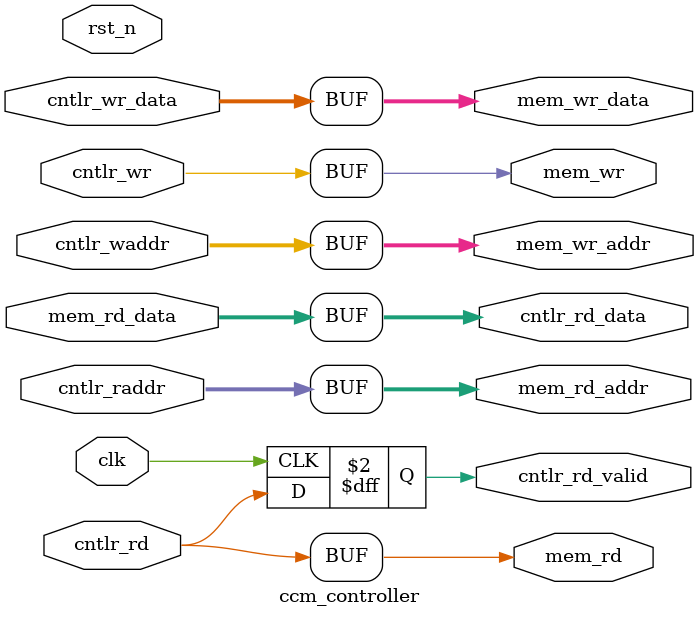
<source format=v>
`timescale 1ns/1ps

module ccm_controller #(
    parameter ADDR_WIDTH = 11,   // 2048 words
    parameter DATA_WIDTH = 32
)(
    input clk,
    input rst_n,

    input cntlr_rd,
    input [ADDR_WIDTH-1:0] cntlr_raddr,
    output [DATA_WIDTH-1:0] cntlr_rd_data,
    output reg cntlr_rd_valid,

    input cntlr_wr,
    input [ADDR_WIDTH-1:0]cntlr_waddr,
    input [DATA_WIDTH-1:0]cntlr_wr_data,

    //2 port sram 
    
    output  mem_rd,
    output [ADDR_WIDTH-1:0]mem_rd_addr,
    input [DATA_WIDTH-1:0]mem_rd_data,

    output  mem_wr,
    output  [ADDR_WIDTH-1:0]mem_wr_addr,
    output  [DATA_WIDTH-1:0]mem_wr_data
);

     /* -----------------------------
              Write path
       ----------------------------- */
        assign  mem_wr = cntlr_wr;
        assign  mem_wr_addr = cntlr_waddr;
        assign  mem_wr_data = cntlr_wr_data;


    
    /* -------------------------------------------------------
                          Read Path
        - Read data from memory comes back with 1 clock delay
       ------------------------------------------------------- */
    
    
    assign mem_rd = cntlr_rd;
    assign mem_rd_addr = cntlr_raddr;
    assign cntlr_rd_data = mem_rd_data;
    
    
    
    always @(posedge clk) begin
        cntlr_rd_valid <= cntlr_rd; 
    end

endmodule

</source>
